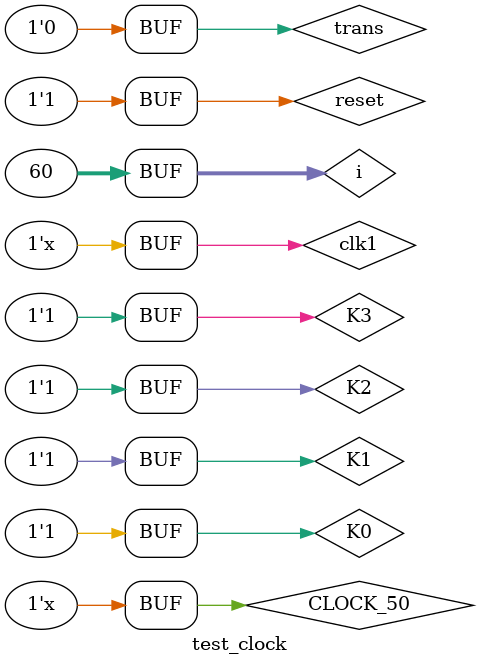
<source format=v>
module test_clock();
	reg reset,CLOCK_50,clk1,K0,K1,K2,K3,trans;
	wire [6:0]HEX5,HEX4,HEX3,HEX2,HEX1,HEX0;
	wire [5:0]count_dis_s,count_dis_m,count_dis_h;
	wire [6:0]state7;
	wire c1s,c0s,c1m,c0m,c1h,c0h;
	//reg c0s,c1s,c0m,c1m,c0h,c1h;
	wire equal60_min,equal60;
	integer i;
	
	
	//combine UUT(CLOCK_50,disable_s,disable_min,disable_hour,c0s,c1s,c0m,c1m,c0h,c1h,reset,HEX5,HEX4,HEX3,HEX2,HEX1,HEX0,count_dis_s,count_dis_m,count);
	combine UUT(CLOCK_50,clk1,   K0,K1,K2,K3,trans,reset,  HEX5,HEX4,HEX3,HEX2,HEX1,HEX0,  count_dis_s,count_dis_m,count_dis_h, state7, c1s,c0s,c1m,c0m,c1h,c0h,equal60_min,equal60);
	
	always #1 CLOCK_50 = ~CLOCK_50;
	always #50 clk1 = ~clk1;
	initial
	begin
		// initialize everything
		CLOCK_50 = 0;
		clk1 = 0;
		K0 = 1;
		K1 = 1;
		K2 = 1;
		K3 = 1;
		trans = 0;
		reset = 1;
		
		
		// reset everything
		#5;
		reset = 0;
		#5;
		reset = 1;
		#20;
		
	
		
		// testing set up second
		trans = 1;
		#150;
		trans = 0;
		#150;
		K0 = 0;
		#15;
		K0 = 1;
		#600;
		trans = 1;
		#250;
		trans = 0;
		
		#1000;
		// testing set up minute
		trans = 1;
		#200;
		trans = 0;
		#150;
		K1 = 0;
		#15;
		K1 = 1;
		#600;
		trans = 1;
		#250;
		trans = 0;
		
		#1000;
		// testing set up hour
		trans = 1;
		#300;
		trans = 0;
		#150;
		K2 = 0;
		#15;
		K2 = 1;
		#600;
		trans = 1;
		#100;
		trans = 0;
		
		#1000;
		//testing KEY3
		K3 = 0;
		#15;
		K3 = 1;
		
		
		
		
	end

	initial
	begin
		// testing K3, deduce all three value
	
		
		#7600;
		K3 = 0;
		#15;
		K3 = 1;
		
		// testing the set up minute mode. In this mode, minute stops counting
		trans = 1;
		#200;
		trans = 0;
		
		#5985;
		// testing the set up hour mode. In this mode, hour stops counting
		trans = 1;
		#100;
		trans = 0;
		
		#6100;
		// back to normal mode
		trans = 1;
		#100;
		trans = 0;
		
		#15;
		for(i=0; i<60; i=i+1) // push KEY1 to set the minute to 59 for testing hour
		begin
			#5;
			K1 = 0;
			#5;
			K1 = 1;
		end
		
		
		
			
	end
	
endmodule 
</source>
